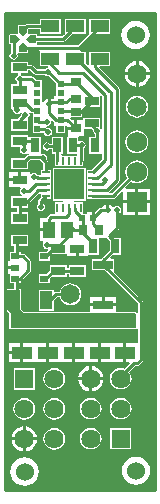
<source format=gtl>
G04*
G04 #@! TF.GenerationSoftware,Altium Limited,Altium Designer,18.0.12 (696)*
G04*
G04 Layer_Physical_Order=1*
G04 Layer_Color=255*
%FSLAX25Y25*%
%MOIN*%
G70*
G01*
G75*
%ADD10C,0.01000*%
%ADD14R,0.06890X0.04331*%
%ADD15R,0.03150X0.04921*%
%ADD16R,0.04921X0.03150*%
%ADD17R,0.03347X0.03150*%
%ADD18R,0.02362X0.02165*%
%ADD19R,0.04134X0.06299*%
%ADD20R,0.02953X0.02165*%
%ADD21R,0.02756X0.00984*%
%ADD22R,0.00984X0.02756*%
%ADD23R,0.10236X0.10236*%
%ADD24R,0.06693X0.03150*%
%ADD25R,0.03150X0.03347*%
%ADD26R,0.06299X0.04134*%
%ADD27C,0.00394*%
%ADD28R,0.02362X0.01968*%
%ADD29R,0.04134X0.05512*%
%ADD53C,0.06890*%
%ADD54R,0.06890X0.06890*%
%ADD55C,0.06400*%
%ADD56R,0.06400X0.06400*%
%ADD57C,0.06000*%
%ADD58C,0.06500*%
%ADD59C,0.02000*%
%ADD60C,0.01968*%
G36*
X217520Y338189D02*
X218799Y336910D01*
X255906D01*
X256102Y336713D01*
Y332185D01*
X256004Y332087D01*
X214370D01*
Y337106D01*
X213287Y338189D01*
Y344587D01*
X217520D01*
Y338189D01*
D02*
G37*
G36*
X262598Y277854D02*
X212598D01*
Y337673D01*
X213098Y337835D01*
X213099D01*
X213987Y336947D01*
Y332087D01*
X214099Y331815D01*
X214370Y331703D01*
X256004D01*
X256275Y331815D01*
X256306Y331846D01*
X256625Y331786D01*
X256806Y331693D01*
Y326984D01*
X252862D01*
Y323819D01*
Y320654D01*
X253906D01*
X254098Y320192D01*
X252347Y318441D01*
X252011Y318581D01*
X251083Y318703D01*
X250155Y318581D01*
X249290Y318223D01*
X248548Y317653D01*
X247978Y316911D01*
X247620Y316046D01*
X247498Y315118D01*
X247620Y314190D01*
X247978Y313326D01*
X248548Y312583D01*
X249290Y312013D01*
X250155Y311655D01*
X251083Y311533D01*
X252011Y311655D01*
X252875Y312013D01*
X253618Y312583D01*
X254187Y313326D01*
X254545Y314190D01*
X254668Y315118D01*
X254545Y316046D01*
X254187Y316911D01*
X253794Y317424D01*
X255751Y319381D01*
X256527D01*
X256860Y319447D01*
X257143Y319636D01*
X258293Y320786D01*
X258482Y321069D01*
X258548Y321402D01*
Y340748D01*
X258482Y341081D01*
X258293Y341364D01*
X248818Y350839D01*
X248976Y351220D01*
X248976D01*
Y355079D01*
X247712D01*
X247521Y355541D01*
X248417Y356437D01*
X251240D01*
Y362067D01*
X248811D01*
X248279Y362598D01*
X250333Y364652D01*
X250522Y364935D01*
X250588Y365268D01*
Y370231D01*
X250693Y370302D01*
X250993Y370749D01*
X251098Y371278D01*
X250993Y371806D01*
X250693Y372254D01*
X250245Y372554D01*
X249717Y372659D01*
X249188Y372554D01*
X248741Y372254D01*
X248267Y372445D01*
X248095Y372702D01*
X247434Y373144D01*
X247153Y373200D01*
Y371260D01*
X246153D01*
Y373200D01*
X245873Y373144D01*
X245212Y372702D01*
X244830Y372131D01*
X244488D01*
X244155Y372065D01*
X243872Y371876D01*
X242682Y370685D01*
X242429D01*
Y368701D01*
X241429D01*
Y370685D01*
X239748D01*
Y370448D01*
X239528Y370039D01*
X238946D01*
X238642Y370413D01*
Y373878D01*
X236949D01*
X236949Y373878D01*
X236673D01*
Y373878D01*
X236449Y373878D01*
X235350D01*
Y374449D01*
X239331D01*
Y385394D01*
X228386D01*
Y374449D01*
X231876D01*
X232084Y373949D01*
X232013Y373878D01*
X230906Y373878D01*
X230543Y373878D01*
X229075D01*
Y370466D01*
X229075Y370413D01*
X228949Y369966D01*
X227756D01*
X227423Y369899D01*
X227140Y369710D01*
X226549Y369120D01*
X226361Y368837D01*
X226297Y368520D01*
X224098D01*
Y365264D01*
X227165D01*
Y364264D01*
X224098D01*
Y361008D01*
X225000D01*
X225259Y360508D01*
X225102Y360273D01*
X224997Y359744D01*
X225102Y359216D01*
X225401Y358768D01*
X225850Y358468D01*
X226378Y358363D01*
X226657Y358419D01*
X226903Y357958D01*
X226288Y357343D01*
X223760D01*
Y354468D01*
X227421D01*
Y356012D01*
X227944Y356535D01*
X233130D01*
X233154Y356045D01*
Y355890D01*
X236114D01*
Y358465D01*
X237114D01*
Y355890D01*
X240075D01*
Y356437D01*
X243760D01*
Y362067D01*
X244250Y362090D01*
X246359D01*
X246431Y361982D01*
X247382Y361032D01*
Y357866D01*
X244660Y355143D01*
X244616Y355079D01*
X241575D01*
Y351220D01*
X245973D01*
X256806Y340387D01*
Y337205D01*
X256625Y337112D01*
X256306Y337051D01*
X256177Y337181D01*
X255906Y337293D01*
X249622D01*
Y339264D01*
X240929D01*
Y337293D01*
X218958D01*
X217903Y338348D01*
Y344587D01*
X217874Y344657D01*
Y344843D01*
X217797D01*
X217791Y344858D01*
X217520Y344970D01*
X217308D01*
Y346988D01*
X217776D01*
Y347605D01*
X217853Y347620D01*
X218136Y347809D01*
X220891Y350565D01*
X221080Y350848D01*
X221147Y351181D01*
Y354134D01*
X221080Y354467D01*
X220891Y354750D01*
X219120Y356522D01*
X218837Y356710D01*
X218504Y356777D01*
X217776D01*
Y357343D01*
X217308D01*
Y359291D01*
X220138D01*
Y363150D01*
X214508D01*
Y359291D01*
X215566D01*
Y357343D01*
X214114D01*
Y354468D01*
X213705Y354248D01*
X213469D01*
Y352665D01*
X215945D01*
Y351665D01*
X213469D01*
Y350083D01*
X213705D01*
X214114Y349862D01*
Y346988D01*
X215566D01*
Y344970D01*
X213287D01*
X213098Y344892D01*
X212598Y345093D01*
X212598Y437008D01*
X262598D01*
X262598Y277854D01*
D02*
G37*
%LPC*%
G36*
X247598Y435000D02*
X240591D01*
Y430158D01*
X240591Y430158D01*
X240591D01*
X240345Y429766D01*
X236919Y426340D01*
X223307D01*
X223070Y426840D01*
X223124Y426968D01*
Y427475D01*
X231890D01*
X232223Y427542D01*
X232506Y427731D01*
X234933Y430158D01*
X239331D01*
Y435000D01*
X232323D01*
Y430158D01*
X232323Y430158D01*
X232323D01*
X232078Y429766D01*
X231529Y429217D01*
X223124D01*
Y429724D01*
X223011Y429996D01*
X222740Y430108D01*
X220772D01*
X220500Y429996D01*
X220153Y430343D01*
X220265Y430614D01*
Y431640D01*
X220333Y431708D01*
X224055D01*
Y430158D01*
X231063D01*
Y435000D01*
X224055D01*
Y433450D01*
X219972D01*
X219639Y433384D01*
X219356Y433195D01*
X219128Y432966D01*
X217126D01*
X216855Y432854D01*
X216742Y432583D01*
Y430614D01*
X216855Y430343D01*
X216507Y429996D01*
X216236Y430108D01*
X214268D01*
X213997Y429996D01*
X213884Y429724D01*
Y426968D01*
X213997Y426697D01*
X214268Y426585D01*
X214483D01*
Y423881D01*
X214378Y423811D01*
X214079Y423363D01*
X213973Y422835D01*
X214079Y422306D01*
X214378Y421858D01*
X214826Y421559D01*
X215354Y421454D01*
X215883Y421559D01*
X216331Y421858D01*
X216630Y422306D01*
X216735Y422835D01*
X216630Y423363D01*
X216609Y423395D01*
X216612Y423476D01*
X217036Y423764D01*
X217126Y423727D01*
X219882D01*
X220153Y423839D01*
X220265Y424110D01*
Y424597D01*
X223872D01*
X224055Y424173D01*
X224055Y424097D01*
Y419331D01*
X226849D01*
X226955Y419177D01*
X226871Y418961D01*
X226687Y418687D01*
X226243Y418599D01*
X225795Y418299D01*
X225725Y418194D01*
X223196D01*
X221876Y419514D01*
X221593Y419702D01*
X221260Y419769D01*
X220138D01*
Y420827D01*
X214508D01*
Y416968D01*
X216922D01*
X216972Y416468D01*
X216794Y416433D01*
X216346Y416134D01*
X216047Y415686D01*
X215942Y415158D01*
X216047Y414629D01*
X216346Y414181D01*
X216452Y414111D01*
Y413346D01*
X214508D01*
Y409516D01*
X214508Y409488D01*
X214508Y409016D01*
X214508Y408988D01*
Y405158D01*
X214830D01*
X215158Y404740D01*
X215155Y404724D01*
X215260Y404196D01*
X215559Y403748D01*
X216007Y403449D01*
X216535Y403344D01*
X217064Y403449D01*
X217512Y403748D01*
X217523Y403765D01*
X217994Y403570D01*
X217911Y403150D01*
X217935Y403025D01*
X216707Y401797D01*
X216532Y401535D01*
X214508D01*
Y397677D01*
X220138D01*
Y401535D01*
X220138D01*
X220062Y402035D01*
X220268Y402173D01*
X220567Y402621D01*
X220672Y403150D01*
X220574Y403641D01*
X220657Y403746D01*
X220967Y403980D01*
X221093Y403896D01*
X221426Y403830D01*
X221693Y403563D01*
X221693Y402894D01*
X221693Y402394D01*
X221693Y399941D01*
X221693Y399441D01*
Y396988D01*
X224764D01*
Y397141D01*
X224911Y397200D01*
X225461Y396889D01*
X225495Y396715D01*
X225795Y396267D01*
X226243Y395968D01*
X226771Y395862D01*
X227300Y395968D01*
X227748Y396267D01*
X228047Y396715D01*
X228152Y397243D01*
X228047Y397772D01*
X227748Y398220D01*
X227300Y398519D01*
X226771Y398624D01*
X226641Y398598D01*
X226300Y398935D01*
X226332Y399131D01*
X226446Y399389D01*
X226474Y399426D01*
X226906Y399512D01*
X227354Y399811D01*
X227654Y400259D01*
X227759Y400787D01*
X227703Y401066D01*
X228164Y401313D01*
X228715Y400762D01*
X228921Y400624D01*
Y399295D01*
X229567D01*
Y396988D01*
X232638D01*
Y399295D01*
X233283D01*
X233308Y399122D01*
X235524D01*
Y401197D01*
X234681D01*
X234173Y401705D01*
X234380Y402205D01*
X238051D01*
Y403314D01*
X238129Y403329D01*
X238411Y403518D01*
X240641Y405748D01*
X244153D01*
Y409340D01*
X244600Y409548D01*
X244936Y409281D01*
Y398649D01*
X244458Y398484D01*
X244153Y398752D01*
Y402126D01*
X238524D01*
Y401197D01*
X236524D01*
Y398622D01*
X236024D01*
Y398122D01*
X233350D01*
X233350Y396129D01*
X233110Y395728D01*
X233110Y395647D01*
Y390098D01*
X236510D01*
X236601Y389929D01*
X236509Y389667D01*
X236304Y389429D01*
X234842Y389429D01*
X234480Y389429D01*
X232874Y389429D01*
X232512Y389429D01*
X231413Y389429D01*
X231115Y389929D01*
X231207Y390098D01*
X231850D01*
Y395728D01*
X227992D01*
Y393391D01*
X227425D01*
X227354Y393496D01*
X226906Y393795D01*
X226378Y393901D01*
X225850Y393795D01*
X225401Y393496D01*
X225102Y393048D01*
X224997Y392520D01*
X225102Y391991D01*
X225401Y391543D01*
X225850Y391244D01*
X226378Y391139D01*
X226906Y391244D01*
X227354Y391543D01*
X227425Y391649D01*
X227992D01*
Y390098D01*
X229050D01*
Y387697D01*
X229075Y387573D01*
Y385965D01*
X230906Y385965D01*
X231268Y385965D01*
X232874Y385965D01*
X233236Y385965D01*
X234842Y385965D01*
X235205Y385965D01*
X236811Y385965D01*
X237173Y385965D01*
X238642D01*
Y387573D01*
X238666Y387697D01*
Y391735D01*
X238969Y391937D01*
X239268Y392385D01*
X239373Y392913D01*
X239268Y393442D01*
X238969Y393890D01*
X238521Y394189D01*
X237992Y394294D01*
X237464Y394189D01*
X236968Y394460D01*
X236968Y395728D01*
X237336Y396047D01*
X238697D01*
Y398268D01*
X241445D01*
X241951Y397762D01*
X241926Y397638D01*
X242031Y397109D01*
X242331Y396661D01*
X242436Y396591D01*
Y395728D01*
X240591D01*
Y390098D01*
X244436D01*
X244449Y390098D01*
X244936Y390068D01*
Y388392D01*
X241248Y384705D01*
X239902D01*
Y383012D01*
X239902D01*
Y382736D01*
X239902D01*
X239902Y380906D01*
X239902Y380543D01*
X239902Y378937D01*
X239902Y378575D01*
X239902Y376969D01*
X239902Y376606D01*
Y375138D01*
X241510D01*
X241634Y375113D01*
X248425D01*
X248759Y375180D01*
X249041Y375368D01*
X251491Y377818D01*
X251953Y377627D01*
Y374555D01*
X255898D01*
Y378500D01*
X252826D01*
X252635Y378962D01*
X254441Y380768D01*
X254482Y380736D01*
X255406Y380354D01*
X256398Y380223D01*
X257389Y380354D01*
X258314Y380736D01*
X259107Y381346D01*
X259716Y382139D01*
X260099Y383063D01*
X260230Y384055D01*
X260099Y385047D01*
X259716Y385971D01*
X259107Y386765D01*
X258314Y387374D01*
X257389Y387756D01*
X256398Y387887D01*
X255406Y387756D01*
X254482Y387374D01*
X253688Y386765D01*
X253079Y385971D01*
X252696Y385047D01*
X252566Y384055D01*
X252696Y383063D01*
X253079Y382139D01*
X253196Y381987D01*
X248064Y376855D01*
X247252D01*
X247095Y377276D01*
X247091Y377355D01*
X250423Y380687D01*
X250612Y380970D01*
X250678Y381303D01*
Y411610D01*
X250612Y411944D01*
X250423Y412226D01*
X243818Y418831D01*
X244026Y419331D01*
X247598D01*
Y424173D01*
X240591D01*
Y419739D01*
X240091Y419532D01*
X239331Y420292D01*
Y424173D01*
X237710D01*
X237613Y424664D01*
X237895Y424853D01*
X243136Y430093D01*
X243179Y430158D01*
X247598D01*
Y435000D01*
D02*
G37*
G36*
X256004Y434450D02*
X254781Y434289D01*
X253641Y433817D01*
X252662Y433066D01*
X251912Y432087D01*
X251439Y430947D01*
X251278Y429724D01*
X251439Y428501D01*
X251912Y427362D01*
X252662Y426383D01*
X253641Y425632D01*
X254781Y425160D01*
X256004Y424999D01*
X257227Y425160D01*
X258367Y425632D01*
X259345Y426383D01*
X260096Y427362D01*
X260568Y428501D01*
X260729Y429724D01*
X260568Y430947D01*
X260096Y432087D01*
X259345Y433066D01*
X258367Y433817D01*
X257227Y434289D01*
X256004Y434450D01*
D02*
G37*
G36*
X257095Y420953D02*
Y417232D01*
X260815D01*
X260735Y417842D01*
X260307Y418876D01*
X259626Y419763D01*
X258738Y420445D01*
X257704Y420873D01*
X257095Y420953D01*
D02*
G37*
G36*
X256095D02*
X255485Y420873D01*
X254451Y420445D01*
X253563Y419763D01*
X252882Y418876D01*
X252454Y417842D01*
X252374Y417232D01*
X256095D01*
Y420953D01*
D02*
G37*
G36*
X260815Y416232D02*
X257095D01*
Y412511D01*
X257704Y412592D01*
X258738Y413020D01*
X259626Y413701D01*
X260307Y414589D01*
X260735Y415623D01*
X260815Y416232D01*
D02*
G37*
G36*
X256095D02*
X252374D01*
X252454Y415623D01*
X252882Y414589D01*
X253563Y413701D01*
X254451Y413020D01*
X255485Y412592D01*
X256095Y412511D01*
Y416232D01*
D02*
G37*
G36*
X256496Y409344D02*
X255555Y409220D01*
X254678Y408857D01*
X253925Y408279D01*
X253348Y407526D01*
X252984Y406650D01*
X252861Y405709D01*
X252984Y404768D01*
X253348Y403891D01*
X253925Y403138D01*
X254678Y402560D01*
X255555Y402197D01*
X256496Y402073D01*
X257437Y402197D01*
X258314Y402560D01*
X259067Y403138D01*
X259644Y403891D01*
X260008Y404768D01*
X260132Y405709D01*
X260008Y406650D01*
X259644Y407526D01*
X259067Y408279D01*
X258314Y408857D01*
X257437Y409220D01*
X256496Y409344D01*
D02*
G37*
G36*
X256398Y397887D02*
X255406Y397757D01*
X254482Y397374D01*
X253688Y396765D01*
X253079Y395971D01*
X252696Y395047D01*
X252566Y394055D01*
X252696Y393063D01*
X253079Y392139D01*
X253688Y391346D01*
X254482Y390737D01*
X255406Y390354D01*
X256398Y390223D01*
X257389Y390354D01*
X258314Y390737D01*
X259107Y391346D01*
X259716Y392139D01*
X260099Y393063D01*
X260230Y394055D01*
X260099Y395047D01*
X259716Y395971D01*
X259107Y396765D01*
X258314Y397374D01*
X257389Y397757D01*
X256398Y397887D01*
D02*
G37*
G36*
X220138Y396220D02*
X214508D01*
Y392362D01*
X217351D01*
X217622Y391867D01*
X217517Y391339D01*
X217622Y390810D01*
X217921Y390362D01*
X218369Y390063D01*
X218898Y389958D01*
X219426Y390063D01*
X219805Y390316D01*
X220112Y390248D01*
X220329Y390144D01*
X220354Y389942D01*
X220157Y389747D01*
X220092Y389734D01*
X219809Y389545D01*
X219004Y388740D01*
X214508D01*
Y384882D01*
X220138D01*
Y387410D01*
X220786Y388058D01*
X224011D01*
X224220Y387744D01*
X224668Y387445D01*
X224719Y387435D01*
X225150Y387004D01*
Y384705D01*
X224350D01*
X224350Y383012D01*
X223954Y382761D01*
X223949D01*
X223811Y382899D01*
X223528Y383088D01*
X223195Y383155D01*
X223094D01*
X223024Y383260D01*
X222576Y383559D01*
X222047Y383664D01*
X221519Y383559D01*
X221284Y383402D01*
X220783Y383661D01*
Y384071D01*
X217823D01*
Y381496D01*
X217323D01*
Y380996D01*
X213862D01*
Y378921D01*
X217421D01*
X217681Y378421D01*
X217524Y378186D01*
X217418Y377658D01*
X217524Y377129D01*
X217823Y376681D01*
X218176Y376445D01*
X218103Y375969D01*
X218093Y375945D01*
X214508D01*
Y372087D01*
X216452D01*
Y370630D01*
X214508D01*
Y366772D01*
X220138D01*
Y370630D01*
X218194D01*
Y372087D01*
X220138D01*
Y373291D01*
X220301Y373400D01*
X223934Y377033D01*
X224350Y376762D01*
X224350Y376582D01*
Y375484D01*
X223794Y374927D01*
X223605Y374644D01*
X223538Y374311D01*
Y373488D01*
X223433Y373417D01*
X223134Y372969D01*
X223029Y372441D01*
X223134Y371913D01*
X223433Y371464D01*
X223881Y371165D01*
X224410Y371060D01*
X224938Y371165D01*
X225386Y371464D01*
X225685Y371913D01*
X225790Y372441D01*
X225685Y372969D01*
X225386Y373417D01*
X225315Y373465D01*
X225288Y373957D01*
X226468Y375138D01*
X227815D01*
X227815Y376969D01*
X227815Y377331D01*
X227815Y378937D01*
X227815Y379299D01*
Y380768D01*
X227815D01*
Y381043D01*
X227815D01*
X227815Y382874D01*
X227815Y383236D01*
Y384705D01*
X226892D01*
Y387365D01*
X226826Y387698D01*
X226637Y387981D01*
X226454Y388164D01*
X226473Y388192D01*
X226578Y388720D01*
X226473Y389249D01*
X226173Y389697D01*
X225725Y389996D01*
X225197Y390101D01*
X224842Y390031D01*
X224439Y390306D01*
X224370Y390398D01*
Y395728D01*
X220512D01*
X220138Y396033D01*
Y396220D01*
D02*
G37*
G36*
X216823Y384071D02*
X213862D01*
Y381996D01*
X216823D01*
Y384071D01*
D02*
G37*
G36*
X260842Y378500D02*
X256898D01*
Y374555D01*
X260842D01*
Y378500D01*
D02*
G37*
G36*
Y373555D02*
X256898D01*
Y369610D01*
X260842D01*
Y373555D01*
D02*
G37*
G36*
X255898D02*
X251953D01*
Y369610D01*
X255898D01*
Y373555D01*
D02*
G37*
G36*
X239429Y352913D02*
X233799D01*
Y351855D01*
X233130D01*
Y352913D01*
X227500D01*
Y351074D01*
X226288Y349862D01*
X223760D01*
Y346988D01*
X227421D01*
Y348532D01*
X227944Y349055D01*
X233130D01*
Y350113D01*
X233799D01*
Y349055D01*
X239429D01*
Y352913D01*
D02*
G37*
G36*
X234252Y346942D02*
X233311Y346819D01*
X232434Y346456D01*
X231681Y345878D01*
X231104Y345125D01*
X230740Y344248D01*
X230731Y344178D01*
X229429D01*
X229201Y344133D01*
X228847Y344324D01*
X228701Y344449D01*
Y344843D01*
X223858D01*
Y337835D01*
X228701D01*
Y341347D01*
X229790Y342436D01*
X230731D01*
X230740Y342366D01*
X231104Y341489D01*
X231681Y340737D01*
X232434Y340159D01*
X233311Y339795D01*
X234252Y339672D01*
X235193Y339795D01*
X236070Y340159D01*
X236823Y340737D01*
X237400Y341489D01*
X237764Y342366D01*
X237887Y343307D01*
X237764Y344248D01*
X237400Y345125D01*
X236823Y345878D01*
X236070Y346456D01*
X235193Y346819D01*
X234252Y346942D01*
D02*
G37*
G36*
X249622Y342339D02*
X245776D01*
Y340264D01*
X249622D01*
Y342339D01*
D02*
G37*
G36*
X244776D02*
X240929D01*
Y340264D01*
X244776D01*
Y342339D01*
D02*
G37*
G36*
X217610Y326984D02*
X213665D01*
Y324319D01*
X217610D01*
Y326984D01*
D02*
G37*
G36*
X251862D02*
X244595D01*
Y323819D01*
Y320654D01*
X251862D01*
Y323819D01*
Y326984D01*
D02*
G37*
G36*
X243595D02*
X235933D01*
Y323819D01*
Y320654D01*
X243595D01*
Y323819D01*
Y326984D01*
D02*
G37*
G36*
X234933D02*
X227272D01*
Y323819D01*
Y320654D01*
X234933D01*
Y323819D01*
Y326984D01*
D02*
G37*
G36*
X226272D02*
X218610D01*
Y323819D01*
Y320654D01*
X226272D01*
Y323819D01*
Y326984D01*
D02*
G37*
G36*
X217610Y323319D02*
X213665D01*
Y320654D01*
X217610D01*
Y323319D01*
D02*
G37*
G36*
X241583Y319288D02*
Y315618D01*
X245253D01*
X245175Y316214D01*
X244751Y317236D01*
X244078Y318114D01*
X243201Y318787D01*
X242179Y319210D01*
X241583Y319288D01*
D02*
G37*
G36*
X240583D02*
X239986Y319210D01*
X238965Y318787D01*
X238087Y318114D01*
X237414Y317236D01*
X236991Y316214D01*
X236912Y315618D01*
X240583D01*
Y319288D01*
D02*
G37*
G36*
X222452Y318613D02*
X215343D01*
Y311505D01*
X222452D01*
Y318613D01*
D02*
G37*
G36*
X228898Y318644D02*
X227970Y318522D01*
X227105Y318164D01*
X226363Y317594D01*
X225793Y316852D01*
X225435Y315987D01*
X225313Y315059D01*
X225435Y314131D01*
X225793Y313267D01*
X226363Y312524D01*
X227105Y311954D01*
X227970Y311596D01*
X228898Y311474D01*
X229825Y311596D01*
X230690Y311954D01*
X231433Y312524D01*
X232002Y313267D01*
X232361Y314131D01*
X232483Y315059D01*
X232361Y315987D01*
X232002Y316852D01*
X231433Y317594D01*
X230690Y318164D01*
X229825Y318522D01*
X228898Y318644D01*
D02*
G37*
G36*
X245253Y314618D02*
X241583D01*
Y310948D01*
X242179Y311026D01*
X243201Y311449D01*
X244078Y312123D01*
X244751Y313000D01*
X245175Y314022D01*
X245253Y314618D01*
D02*
G37*
G36*
X240583D02*
X236912D01*
X236991Y314022D01*
X237414Y313000D01*
X238087Y312123D01*
X238965Y311449D01*
X239986Y311026D01*
X240583Y310948D01*
Y314618D01*
D02*
G37*
G36*
X251083Y308703D02*
X250155Y308581D01*
X249290Y308223D01*
X248548Y307653D01*
X247978Y306911D01*
X247620Y306046D01*
X247498Y305118D01*
X247620Y304190D01*
X247978Y303326D01*
X248548Y302583D01*
X249290Y302013D01*
X250155Y301655D01*
X251083Y301533D01*
X252011Y301655D01*
X252875Y302013D01*
X253618Y302583D01*
X254187Y303326D01*
X254545Y304190D01*
X254668Y305118D01*
X254545Y306046D01*
X254187Y306911D01*
X253618Y307653D01*
X252875Y308223D01*
X252011Y308581D01*
X251083Y308703D01*
D02*
G37*
G36*
X241083D02*
X240155Y308581D01*
X239290Y308223D01*
X238548Y307653D01*
X237978Y306911D01*
X237620Y306046D01*
X237498Y305118D01*
X237620Y304190D01*
X237978Y303326D01*
X238548Y302583D01*
X239290Y302013D01*
X240155Y301655D01*
X241083Y301533D01*
X242011Y301655D01*
X242875Y302013D01*
X243618Y302583D01*
X244187Y303326D01*
X244546Y304190D01*
X244668Y305118D01*
X244546Y306046D01*
X244187Y306911D01*
X243618Y307653D01*
X242875Y308223D01*
X242011Y308581D01*
X241083Y308703D01*
D02*
G37*
G36*
X228898Y308644D02*
X227970Y308522D01*
X227105Y308164D01*
X226363Y307594D01*
X225793Y306852D01*
X225435Y305987D01*
X225313Y305059D01*
X225435Y304131D01*
X225793Y303267D01*
X226363Y302524D01*
X227105Y301954D01*
X227970Y301596D01*
X228898Y301474D01*
X229825Y301596D01*
X230690Y301954D01*
X231433Y302524D01*
X232002Y303267D01*
X232361Y304131D01*
X232483Y305059D01*
X232361Y305987D01*
X232002Y306852D01*
X231433Y307594D01*
X230690Y308164D01*
X229825Y308522D01*
X228898Y308644D01*
D02*
G37*
G36*
X218898D02*
X217970Y308522D01*
X217105Y308164D01*
X216363Y307594D01*
X215793Y306852D01*
X215435Y305987D01*
X215313Y305059D01*
X215435Y304131D01*
X215793Y303267D01*
X216363Y302524D01*
X217105Y301954D01*
X217970Y301596D01*
X218898Y301474D01*
X219826Y301596D01*
X220690Y301954D01*
X221433Y302524D01*
X222002Y303267D01*
X222360Y304131D01*
X222483Y305059D01*
X222360Y305987D01*
X222002Y306852D01*
X221433Y307594D01*
X220690Y308164D01*
X219826Y308522D01*
X218898Y308644D01*
D02*
G37*
G36*
X219398Y299230D02*
Y295559D01*
X223068D01*
X222990Y296156D01*
X222566Y297177D01*
X221893Y298055D01*
X221016Y298728D01*
X219994Y299151D01*
X219398Y299230D01*
D02*
G37*
G36*
X218398D02*
X217801Y299151D01*
X216779Y298728D01*
X215902Y298055D01*
X215229Y297177D01*
X214806Y296156D01*
X214727Y295559D01*
X218398D01*
Y299230D01*
D02*
G37*
G36*
X254637Y298672D02*
X247528D01*
Y291564D01*
X254637D01*
Y298672D01*
D02*
G37*
G36*
X241083Y298703D02*
X240155Y298581D01*
X239290Y298223D01*
X238548Y297653D01*
X237978Y296911D01*
X237620Y296046D01*
X237498Y295118D01*
X237620Y294190D01*
X237978Y293326D01*
X238548Y292583D01*
X239290Y292013D01*
X240155Y291655D01*
X241083Y291533D01*
X242011Y291655D01*
X242875Y292013D01*
X243618Y292583D01*
X244187Y293326D01*
X244546Y294190D01*
X244668Y295118D01*
X244546Y296046D01*
X244187Y296911D01*
X243618Y297653D01*
X242875Y298223D01*
X242011Y298581D01*
X241083Y298703D01*
D02*
G37*
G36*
X228898Y298644D02*
X227970Y298522D01*
X227105Y298164D01*
X226363Y297594D01*
X225793Y296852D01*
X225435Y295987D01*
X225313Y295059D01*
X225435Y294131D01*
X225793Y293267D01*
X226363Y292524D01*
X227105Y291954D01*
X227970Y291596D01*
X228898Y291474D01*
X229825Y291596D01*
X230690Y291954D01*
X231433Y292524D01*
X232002Y293267D01*
X232361Y294131D01*
X232483Y295059D01*
X232361Y295987D01*
X232002Y296852D01*
X231433Y297594D01*
X230690Y298164D01*
X229825Y298522D01*
X228898Y298644D01*
D02*
G37*
G36*
X223068Y294559D02*
X219398D01*
Y290889D01*
X219994Y290967D01*
X221016Y291390D01*
X221893Y292064D01*
X222566Y292941D01*
X222990Y293963D01*
X223068Y294559D01*
D02*
G37*
G36*
X218398D02*
X214727D01*
X214806Y293963D01*
X215229Y292941D01*
X215902Y292064D01*
X216779Y291390D01*
X217801Y290967D01*
X218398Y290889D01*
Y294559D01*
D02*
G37*
G36*
X256201Y289174D02*
X254978Y289013D01*
X253838Y288541D01*
X252859Y287790D01*
X252108Y286812D01*
X251636Y285672D01*
X251475Y284449D01*
X251636Y283226D01*
X252108Y282086D01*
X252859Y281107D01*
X253838Y280356D01*
X254978Y279884D01*
X256201Y279723D01*
X257424Y279884D01*
X258563Y280356D01*
X259542Y281107D01*
X260293Y282086D01*
X260765Y283226D01*
X260926Y284449D01*
X260765Y285672D01*
X260293Y286812D01*
X259542Y287790D01*
X258563Y288541D01*
X257424Y289013D01*
X256201Y289174D01*
D02*
G37*
G36*
X218996Y288879D02*
X217773Y288718D01*
X216633Y288246D01*
X215655Y287495D01*
X214904Y286516D01*
X214432Y285377D01*
X214271Y284154D01*
X214432Y282930D01*
X214904Y281791D01*
X215655Y280812D01*
X216633Y280061D01*
X217773Y279589D01*
X218996Y279428D01*
X220219Y279589D01*
X221359Y280061D01*
X222338Y280812D01*
X223088Y281791D01*
X223561Y282930D01*
X223722Y284154D01*
X223561Y285377D01*
X223088Y286516D01*
X222338Y287495D01*
X221359Y288246D01*
X220219Y288718D01*
X218996Y288879D01*
D02*
G37*
%LPD*%
G36*
X219882Y430614D02*
X218504Y429236D01*
X217126Y430614D01*
Y432583D01*
X219882D01*
Y430614D01*
D02*
G37*
G36*
X222740Y426968D02*
X220772D01*
X219394Y428346D01*
X220772Y429724D01*
X222740D01*
Y426968D01*
D02*
G37*
G36*
X217614Y428346D02*
X216236Y426968D01*
X214268D01*
Y429724D01*
X216236D01*
X217614Y428346D01*
D02*
G37*
G36*
X219882Y426079D02*
Y424110D01*
X217126D01*
Y426079D01*
X218504Y427457D01*
X219882Y426079D01*
D02*
G37*
G36*
X222219Y416707D02*
X222501Y416518D01*
X222835Y416452D01*
X225725D01*
X225795Y416346D01*
X226243Y416047D01*
X226772Y415942D01*
X227060Y415999D01*
X229567Y413492D01*
Y411752D01*
X229567D01*
Y411673D01*
X229567D01*
Y409366D01*
X228921D01*
Y408472D01*
X228421Y408259D01*
X227946Y408577D01*
X227665Y408633D01*
Y406693D01*
X226665D01*
Y408633D01*
X226385Y408577D01*
X225723Y408135D01*
X225281Y407473D01*
X225264Y407385D01*
X224764Y407434D01*
X224764Y408720D01*
X224764Y409221D01*
X224764Y411673D01*
X224764Y412173D01*
Y414626D01*
X223023D01*
X221876Y415773D01*
X221593Y415962D01*
X221260Y416028D01*
X218370D01*
X218299Y416134D01*
X217851Y416433D01*
X217674Y416468D01*
X217723Y416968D01*
X220138D01*
Y418027D01*
X220899D01*
X222219Y416707D01*
D02*
G37*
D10*
X235827Y370866D02*
X238386Y368307D01*
X242028Y358760D02*
Y359941D01*
X233169Y366929D02*
X235335Y364764D01*
X231890Y365650D02*
X234301Y363238D01*
X231890Y365650D02*
X233169Y366929D01*
X230217Y359744D02*
X230315D01*
X230807D01*
X224410Y388929D02*
X225150Y388189D01*
X229528Y392520D02*
X229528Y392520D01*
X245866Y380906D02*
Y381201D01*
X246457Y377953D02*
X249807Y381303D01*
X241634Y375984D02*
X248425D01*
X232776Y369094D02*
X233858Y370177D01*
X227756Y369094D02*
X232776D01*
X233858Y370177D02*
X233858D01*
X235827Y370866D02*
Y372146D01*
X241929Y368701D02*
X244488Y371260D01*
X246654D01*
X247047Y362598D02*
X249717Y365268D01*
Y371278D01*
X241929Y366732D02*
X243898Y364764D01*
X241929Y366732D02*
Y368701D01*
X227165Y368504D02*
X227756Y369094D01*
X227165Y365059D02*
Y368504D01*
X233858Y370177D02*
Y372146D01*
X226378Y359744D02*
X230217D01*
X230315Y358465D02*
Y359744D01*
X230807D02*
X234301Y363238D01*
X238386Y364764D02*
Y368307D01*
X242520Y418898D02*
Y421752D01*
X249807Y381303D02*
Y411610D01*
X242520Y418898D02*
X249807Y411610D01*
X247807Y386390D02*
Y410533D01*
X238461Y417051D02*
X245807Y409705D01*
Y388032D02*
Y409705D01*
X247244Y411096D02*
X247807Y410533D01*
X236639Y421752D02*
X247244Y411147D01*
Y411096D02*
Y411147D01*
X232087Y343307D02*
X234252Y341142D01*
X247047Y362598D02*
X249410Y360236D01*
X243307Y381890D02*
X247807Y386390D01*
X241634Y379921D02*
X244882D01*
X245866Y380906D01*
Y380781D02*
Y380906D01*
X241634Y377953D02*
X246457D01*
X241634Y381890D02*
X243307D01*
X249410Y358661D02*
Y360236D01*
X250295Y315158D02*
X255390Y320252D01*
X256527D01*
X257677Y321402D01*
Y340748D01*
X245276Y353150D02*
X257677Y340748D01*
X248425Y375984D02*
X256299Y383858D01*
X215748Y405512D02*
X216535Y406299D01*
X215748Y405512D02*
X216535Y404724D01*
X242520Y392913D02*
X243307Y393701D01*
Y397638D01*
X222047Y382283D02*
X223195D01*
X223588Y381890D01*
X245276Y354528D02*
X249410Y358661D01*
X245276Y353150D02*
Y354528D01*
X238386Y363583D02*
X242028Y359941D01*
X238386Y363583D02*
Y364764D01*
X234252Y341142D02*
Y343307D01*
X228642Y358465D02*
X230315D01*
Y350984D02*
X236221D01*
X228642D02*
X230315D01*
X216437Y355906D02*
Y360335D01*
Y341929D02*
Y348425D01*
X234646Y431102D02*
Y432579D01*
X221067Y429012D02*
X221732Y428346D01*
X242520Y430709D02*
Y432579D01*
X223228Y398425D02*
X225559D01*
X226741Y397243D02*
X226771D01*
X225559Y398425D02*
X226741Y397243D01*
X226969Y417323D02*
X231102Y413189D01*
X226772Y417323D02*
X226969D01*
X222835D02*
X226772D01*
X221260Y418898D02*
X222835Y417323D01*
X217323Y418898D02*
X221260D01*
X217323Y401181D02*
X219291Y403150D01*
X217323Y399606D02*
Y401181D01*
Y407087D02*
X219040D01*
X221426Y404701D01*
X222071D02*
X222441Y404331D01*
X221426Y404701D02*
X222071D01*
X217323Y407087D02*
X218110Y406299D01*
X216535Y404724D02*
Y406299D01*
X217323Y407087D01*
X221063Y394291D02*
X222441Y392913D01*
X217323Y394291D02*
X221063D01*
X226378Y392520D02*
X229528D01*
X241339Y399606D02*
X243307Y397638D01*
X241339Y399606D02*
Y400197D01*
Y407677D02*
Y408661D01*
X236024Y413976D02*
X241339Y408661D01*
X237795Y404134D02*
X241339Y407677D01*
X236024Y404134D02*
X237795D01*
X235827Y404331D02*
X236024Y404134D01*
X231102Y404331D02*
X235827D01*
X235236Y413189D02*
X236024Y413976D01*
X231102Y413189D02*
X235236D01*
X227756Y407283D02*
X231102D01*
X227165Y406693D02*
X227756Y407283D01*
X229331Y401378D02*
X231102D01*
X223228D02*
X223819Y400787D01*
X227165Y403543D02*
Y406693D01*
X223819Y400787D02*
X226378D01*
X227165Y403543D02*
X229331Y401378D01*
X216437Y360335D02*
X217323Y361221D01*
X244094Y334449D02*
X244488D01*
X216831Y333760D02*
X217717Y334646D01*
X229429Y343307D02*
X232087D01*
X227461Y341339D02*
X229429Y343307D01*
X226083Y348425D02*
X228642Y350984D01*
X226083Y355906D02*
X228642Y358465D01*
X226673Y341339D02*
X227461D01*
X231890Y428346D02*
X234646Y431102D01*
X221732Y428346D02*
X231890D01*
X237280Y425468D02*
X242520Y430709D01*
X219020Y425468D02*
X237280D01*
X235827Y421752D02*
X236639D01*
X234646D02*
X235827D01*
X230587Y417051D02*
X238461D01*
X226772Y420866D02*
X230587Y417051D01*
X235335Y364764D02*
X238386D01*
X225197Y388189D02*
Y388236D01*
X225150Y388189D02*
X225197Y388236D01*
Y388189D02*
X226021Y387365D01*
X231102Y407283D02*
X232874D01*
X234055Y408465D01*
X236024D01*
X231102Y401378D02*
X233268D01*
X236024Y398622D01*
X215354Y427760D02*
X215941Y428346D01*
X215354Y422835D02*
Y427760D01*
X216339Y386811D02*
X217323D01*
X219020Y425468D02*
X219291Y425197D01*
X218504Y431110D02*
X219972Y432579D01*
X226772D01*
X226021Y384202D02*
Y387365D01*
X220425Y388929D02*
X224410D01*
X237795Y392717D02*
X237992Y392913D01*
X217323Y368701D02*
Y374016D01*
Y386811D02*
X218307D01*
X229528Y392520D02*
X229921Y392913D01*
X235236D02*
X237992D01*
X221260Y415158D02*
X223228Y413189D01*
X217323Y415158D02*
X221260D01*
X218307Y386811D02*
X220425Y388929D01*
X217323Y411417D02*
Y415158D01*
X216437Y355906D02*
X218504D01*
X220276Y354134D01*
Y351181D02*
Y354134D01*
X217520Y348425D02*
X220276Y351181D01*
X216437Y348425D02*
X217520D01*
X217323Y394291D02*
X218898Y392717D01*
Y391339D02*
Y392717D01*
X237795Y387697D02*
Y392717D01*
X229921Y387697D02*
Y390575D01*
X224410Y372441D02*
Y374311D01*
X226051Y375953D01*
X217323Y374016D02*
X219685D01*
X223588Y381890D02*
X226083D01*
X241665Y383890D02*
X245807Y388032D01*
X219685Y374016D02*
X223622Y377953D01*
X226083D01*
X226772Y420866D02*
Y421752D01*
X225197Y388236D02*
Y388720D01*
X222835Y379921D02*
X226083D01*
X218799Y377658D02*
X220571D01*
X222835Y379921D01*
X212598Y277854D02*
Y437008D01*
Y277854D02*
X262598D01*
Y437008D01*
X212598D02*
X262598D01*
D14*
X252362Y323819D02*
D03*
Y334449D02*
D03*
X244094Y323819D02*
D03*
Y334449D02*
D03*
X218110Y323819D02*
D03*
Y334449D02*
D03*
X235433Y323819D02*
D03*
Y334449D02*
D03*
X226772Y323819D02*
D03*
Y334449D02*
D03*
D15*
X235039Y392913D02*
D03*
X242520D02*
D03*
X229921D02*
D03*
X222441D02*
D03*
X249311Y359252D02*
D03*
X241831D02*
D03*
D16*
X241339Y407677D02*
D03*
Y400197D02*
D03*
X217323Y368701D02*
D03*
Y361221D02*
D03*
Y381496D02*
D03*
Y374016D02*
D03*
X230315Y350984D02*
D03*
Y358465D02*
D03*
X236614Y350984D02*
D03*
Y358465D02*
D03*
X217323Y411417D02*
D03*
Y418898D02*
D03*
X217323Y407087D02*
D03*
Y399606D02*
D03*
Y386811D02*
D03*
Y394291D02*
D03*
D17*
X236024Y413976D02*
D03*
Y408465D02*
D03*
Y404134D02*
D03*
Y398622D02*
D03*
D18*
X223228Y407283D02*
D03*
Y410236D02*
D03*
Y413189D02*
D03*
X231102D02*
D03*
Y410236D02*
D03*
Y407283D02*
D03*
Y404331D02*
D03*
Y401378D02*
D03*
Y398425D02*
D03*
X223228Y404331D02*
D03*
Y401378D02*
D03*
Y398425D02*
D03*
D19*
X215453Y341339D02*
D03*
X226279D02*
D03*
D20*
X225590Y355906D02*
D03*
Y348425D02*
D03*
X215945D02*
D03*
Y352165D02*
D03*
Y355906D02*
D03*
D21*
X226083Y383858D02*
D03*
Y381890D02*
D03*
Y379921D02*
D03*
Y377953D02*
D03*
Y375984D02*
D03*
X241634D02*
D03*
Y377953D02*
D03*
Y379921D02*
D03*
Y381890D02*
D03*
Y383858D02*
D03*
D22*
X229921Y372146D02*
D03*
X231890D02*
D03*
X233858D02*
D03*
X235827D02*
D03*
X237795D02*
D03*
Y387697D02*
D03*
X235827D02*
D03*
X233858D02*
D03*
X231890D02*
D03*
X229921D02*
D03*
D23*
X233858Y379921D02*
D03*
D24*
X245276Y353150D02*
D03*
Y339764D02*
D03*
D25*
X243898Y364764D02*
D03*
X238386D02*
D03*
D26*
X227559Y432579D02*
D03*
Y421752D02*
D03*
X244094Y432579D02*
D03*
Y421752D02*
D03*
X235827Y432579D02*
D03*
Y421752D02*
D03*
D27*
X218504Y425783D02*
D03*
X215941Y428346D02*
D03*
X218504Y430909D02*
D03*
X221067Y428346D02*
D03*
D28*
X237992Y368701D02*
D03*
X241929D02*
D03*
D29*
X233268Y364764D02*
D03*
X227165D02*
D03*
D53*
X256398Y394055D02*
D03*
Y384055D02*
D03*
D54*
Y374055D02*
D03*
D55*
X251083Y315118D02*
D03*
X241083D02*
D03*
X251083Y305118D02*
D03*
X241083D02*
D03*
Y295118D02*
D03*
X218898Y295059D02*
D03*
X228898D02*
D03*
X218898Y305059D02*
D03*
X228898D02*
D03*
Y315059D02*
D03*
D56*
X251083Y295118D02*
D03*
X218898Y315059D02*
D03*
D57*
X256201Y284449D02*
D03*
X218996Y284154D02*
D03*
X256004Y429724D02*
D03*
D58*
X256594Y416732D02*
D03*
X256496Y405709D02*
D03*
X234252Y343307D02*
D03*
D59*
X245866Y381201D02*
D03*
X249717Y371278D02*
D03*
X246654Y371260D02*
D03*
X226378Y359744D02*
D03*
X222047Y382283D02*
D03*
X226772Y417323D02*
D03*
X216535Y404724D02*
D03*
X226378Y392520D02*
D03*
X219291Y403150D02*
D03*
X226378Y400787D02*
D03*
X227165Y406693D02*
D03*
X243307Y397638D02*
D03*
X224410Y372441D02*
D03*
X226771Y397243D02*
D03*
X215354Y422835D02*
D03*
X237992Y392913D02*
D03*
X217323Y415158D02*
D03*
X218898Y391339D02*
D03*
X218799Y377658D02*
D03*
X225197Y388720D02*
D03*
D60*
X231693Y382087D02*
D03*
X236024D02*
D03*
X231693Y377756D02*
D03*
X236024D02*
D03*
M02*

</source>
